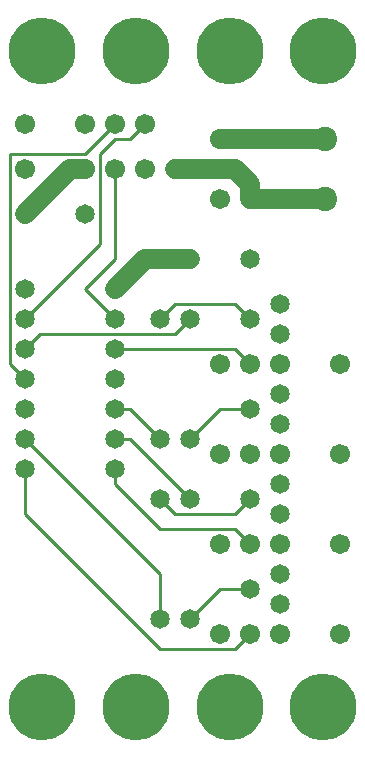
<source format=gbl>
%MOIN*%
%FSLAX25Y25*%
G04 D10 used for Character Trace; *
G04     Circle (OD=.01000) (No hole)*
G04 D11 used for Power Trace; *
G04     Circle (OD=.06700) (No hole)*
G04 D12 used for Signal Trace; *
G04     Circle (OD=.01100) (No hole)*
G04 D13 used for Via; *
G04     Circle (OD=.05800) (Round. Hole ID=.02800)*
G04 D14 used for Component hole; *
G04     Circle (OD=.06500) (Round. Hole ID=.03500)*
G04 D15 used for Component hole; *
G04     Circle (OD=.06700) (Round. Hole ID=.04300)*
G04 D16 used for Component hole; *
G04     Circle (OD=.08100) (Round. Hole ID=.05100)*
G04 D17 used for Component hole; *
G04     Circle (OD=.08900) (Round. Hole ID=.05900)*
G04 D18 used for Component hole; *
G04     Circle (OD=.11300) (Round. Hole ID=.08300)*
G04 D19 used for Component hole; *
G04     Circle (OD=.16000) (Round. Hole ID=.13000)*
G04 D20 used for Component hole; *
G04     Circle (OD=.18300) (Round. Hole ID=.15300)*
G04 D21 used for Component hole; *
G04     Circle (OD=.22291) (Round. Hole ID=.19291)*
%ADD10C,.01000*%
%ADD11C,.06700*%
%ADD12C,.01100*%
%ADD13C,.05800*%
%ADD14C,.06500*%
%ADD15C,.06700*%
%ADD16C,.08100*%
%ADD17C,.08900*%
%ADD18C,.11300*%
%ADD19C,.16000*%
%ADD20C,.18300*%
%ADD21C,.22291*%
%IPPOS*%
%LPD*%
G90*X0Y0D02*D21*X15625Y15625D03*X46875D03*D12*    
X55000Y35000D02*X80000D01*X85000Y40000D01*D15*D03*
D14*X95000Y50000D03*D15*Y40000D03*X75000D03*D14*  
X85000Y55000D03*D12*X75000D01*X65000Y45000D01*D14*
D03*D12*X55000Y35000D02*X10000Y80000D01*Y95000D01*
D14*D03*Y105000D03*D12*X55000Y60000D01*Y45000D01* 
D14*D03*D15*X75000Y70000D03*D12*X85000D02*        
X80000Y75000D01*D15*X85000Y70000D03*D12*          
X55000Y75000D02*X80000D01*X55000D02*              
X40000Y90000D01*Y95000D01*D14*D03*D12*            
X65000Y85000D02*X45000Y105000D01*D14*             
X65000Y85000D03*D12*X60000Y80000D02*X80000D01*    
X85000Y85000D01*D14*D03*X95000Y80000D03*Y90000D03*
D15*Y100000D03*X85000D03*X75000D03*               
X95000Y70000D03*D14*X65000Y105000D03*D12*         
X75000Y115000D01*X85000D01*D14*D03*               
X95000Y110000D03*Y120000D03*D15*Y130000D03*       
X85000D03*D12*X80000Y135000D01*X40000D01*D14*D03* 
Y145000D03*D12*X30000Y155000D01*X40000Y165000D01* 
Y195000D01*D15*D03*D12*X35000Y170000D02*          
Y200000D01*X10000Y145000D02*X35000Y170000D01*D14* 
X10000Y145000D03*D12*Y135000D02*X15000Y140000D01* 
D14*X10000Y135000D03*D12*X15000Y140000D02*        
X60000D01*X65000Y145000D01*D14*D03*D12*X55000D02* 
X60000Y150000D01*D14*X55000Y145000D03*D12*        
X60000Y150000D02*X80000D01*X85000Y145000D01*D14*  
D03*X95000Y140000D03*Y150000D03*D15*              
X75000Y130000D03*D14*X65000Y165000D03*D11*        
X50000D01*X40000Y155000D01*D14*D03*               
X30000Y180000D03*X10000Y125000D03*D12*            
X5000Y130000D01*Y200000D01*X30000D01*             
X40000Y210000D01*D15*D03*D12*Y205000D02*X45000D01*
X35000Y200000D02*X40000Y205000D01*D15*            
X30000Y195000D03*D11*X25000D01*X10000Y180000D01*  
D14*D03*D15*Y195000D03*D14*Y155000D03*D15*        
X30000Y210000D03*X10000D03*D12*X45000Y205000D02*  
X50000Y210000D01*D15*D03*X65000Y195000D03*D11*    
X60000D01*X65000D02*X80000D01*X85000Y190000D01*   
Y185000D01*D14*D03*D11*X110000D01*D16*D03*        
Y205000D03*D11*X85000D01*D14*D03*D11*X75000D01*   
D15*D03*Y185000D03*X50000Y195000D03*D21*          
X46875Y234375D03*X78125D03*X109375D03*D14*        
X85000Y165000D03*D21*X15625Y234375D03*D15*        
X115000Y130000D03*D14*X40000Y125000D03*           
X10000Y115000D03*X40000D03*D12*X45000D01*         
X55000Y105000D01*D14*D03*D12*X40000D02*X45000D01* 
D14*X40000D03*X55000Y85000D03*D12*X60000Y80000D01*
D14*X95000Y60000D03*D15*X115000Y40000D03*         
Y70000D03*Y100000D03*D21*X78125Y15625D03*         
X109375D03*M02*                                   

</source>
